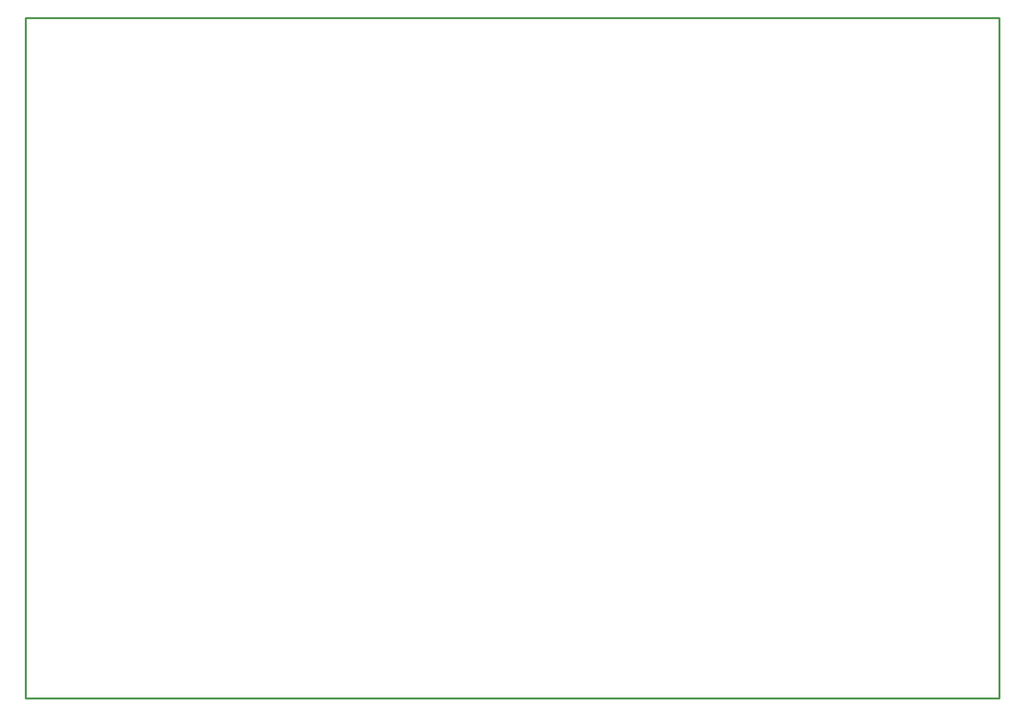
<source format=gko>
G04*
G04 #@! TF.GenerationSoftware,Altium Limited,Altium Designer,20.0.10 (225)*
G04*
G04 Layer_Color=16711935*
%FSLAX25Y25*%
%MOIN*%
G70*
G01*
G75*
%ADD21C,0.01000*%
D21*
X99000Y507000D02*
X608000D01*
Y151000D02*
Y507000D01*
X99000Y151000D02*
Y507000D01*
Y151000D02*
X608000D01*
M02*

</source>
